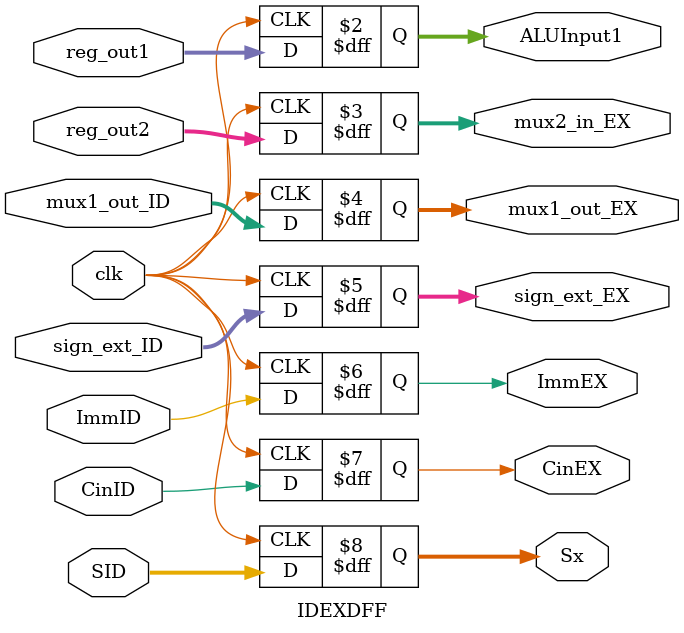
<source format=v>
`timescale 1ns / 1ps


module IDEXDFF(reg_out1, reg_out2, ImmID, SID, CinID, sign_ext_ID, mux1_out_ID, clk, ALUInput1, mux2_in_EX, Sx, ImmEX, CinEX, mux1_out_EX, sign_ext_EX);
    //Declare inputs and outputs
    input[31:0] reg_out1, reg_out2, sign_ext_ID, mux1_out_ID;
    input ImmID, CinID, clk;
    input[2:0] SID;
    output reg [31:0] ALUInput1, mux2_in_EX, mux1_out_EX, sign_ext_EX;
    output reg ImmEX, CinEX;
    output reg [2:0] Sx; 
    //Assign flip-flop values
    always @(posedge clk) begin 
        ALUInput1 = reg_out1;
        mux2_in_EX = reg_out2; 
        mux1_out_EX = mux1_out_ID;
        sign_ext_EX = sign_ext_ID;
        ImmEX = ImmID;
        CinEX = CinID;
        Sx = SID; 
    end
endmodule

</source>
